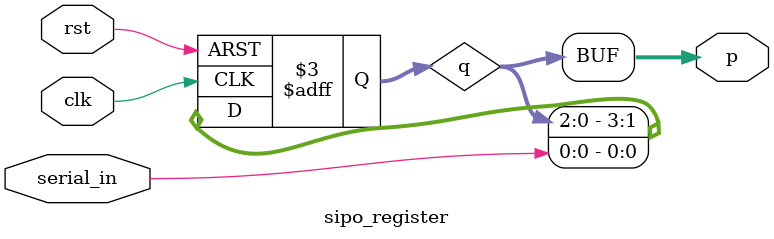
<source format=v>
module sipo_register (input wire serial_in, 
input wire clk,
input wire rst,
output reg [3:0]p
);
reg[3:0] q;
always @(posedge clk or posedge rst) begin
    if(rst)
    q <= 4'b0000;
    else begin
    q[0] <= serial_in;
    q[1] <= q[0];
    q[2] <= q[1];
    q[3] <= q[2];
end
end
always @(*) begin
    p=q;
end

endmodule

</source>
